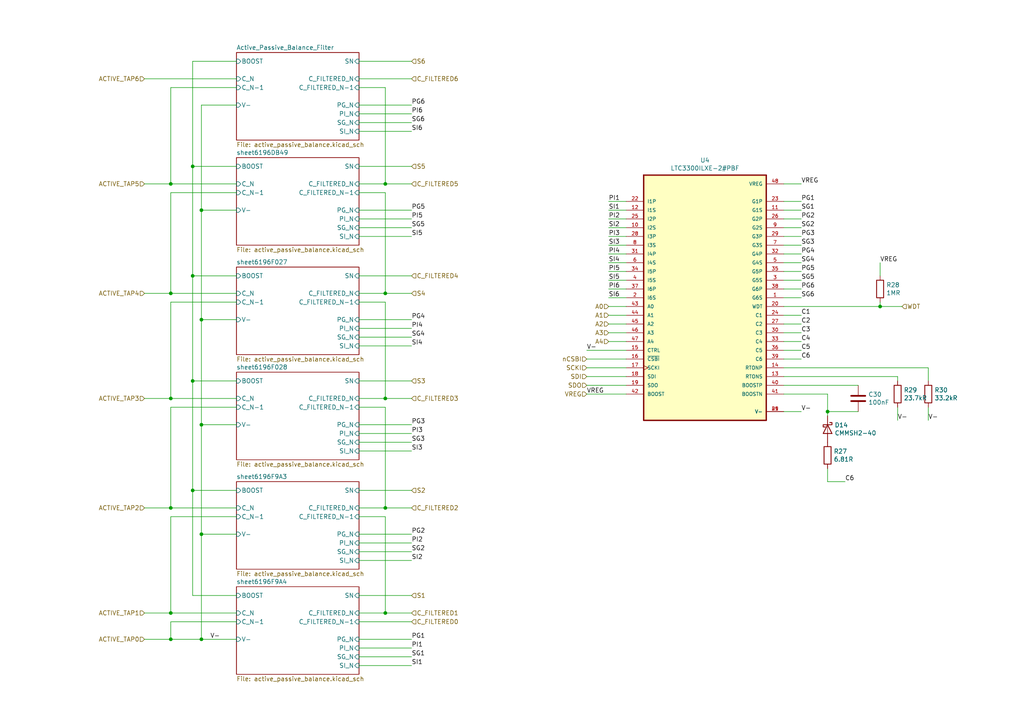
<source format=kicad_sch>
(kicad_sch (version 20211123) (generator eeschema)
  (paper "A4")
  (lib_symbols
    (symbol "Device:C" (pin_numbers hide) (pin_names (offset 0.254))
      (property "Reference" "C" (at 0.635 2.54 0))
      (property "Value" "C" (at 0.635 -2.54 0))
      (symbol "C_0_1"
        (polyline (pts (xy -2.032 -0.762) (xy 2.032 -0.762)) (stroke (width 0.508)))
        (polyline (pts (xy -2.032 0.762) (xy 2.032 0.762)) (stroke (width 0.508)))
      )
      (symbol "C_1_1"
        (pin passive line (at 0 3.81 270) (length 2.794) (name "~") (number "1"))
        (pin passive line (at 0 -3.81 90) (length 2.794) (name "~") (number "2"))
      )
    )
    (symbol "Device:D_Schottky" (pin_numbers hide) (pin_names (offset 1.016) hide)
      (property "Reference" "D" (at 0 2.54 0))
      (property "Value" "D_Schottky" (at 0 -2.54 0))
      (symbol "D_Schottky_0_1"
        (polyline (pts (xy 1.27 0) (xy -1.27 0)))
        (polyline (pts (xy 1.27 1.27) (xy 1.27 -1.27) (xy -1.27 0) (xy 1.27 1.27)) (stroke (width 0.254)))
        (polyline (pts (xy -1.905 0.635) (xy -1.905 1.27) (xy -1.27 1.27) (xy -1.27 -1.27) (xy -0.635 -1.27) (xy -0.635 -0.635)) (stroke (width 0.254)))
      )
      (symbol "D_Schottky_1_1"
        (pin passive line (at -3.81 0 0) (length 2.54) (name "K") (number "1"))
        (pin passive line (at 3.81 0 180) (length 2.54) (name "A") (number "2"))
      )
    )
    (symbol "Device:R" (pin_numbers hide) (pin_names (offset 0))
      (property "Reference" "R" (at 2.032 0 90))
      (property "Value" "R" (at 0 0 90))
      (symbol "R_0_1"
        (rectangle (start -1.016 -2.54) (end 1.016 2.54) (stroke (width 0.254)))
      )
      (symbol "R_1_1"
        (pin passive line (at 0 3.81 270) (length 1.27) (name "~") (number "1"))
        (pin passive line (at 0 -3.81 90) (length 1.27) (name "~") (number "2"))
      )
    )
    (symbol "LTC3300ILXE-2_PBF:LTC3300ILXE-2#PBF" (pin_names (offset 1.016))
      (property "Reference" "U" (at -17.8054 36.3728 0))
      (property "Value" "LTC3300ILXE-2#PBF" (at -17.8054 -38.6842 0))
      (symbol "LTC3300ILXE-2#PBF_0_0"
        (rectangle (start -17.78 -35.56) (end 17.78 35.56) (stroke (width 0.4064)) (fill (type background)))
        (pin output line (at 22.86 0 180) (length 5.08) (name "G6S") (number "1"))
        (pin input line (at -22.86 20.32 0) (length 5.08) (name "I2S") (number "10"))
        (pin output line (at 22.86 25.4 180) (length 5.08) (name "G1S") (number "11"))
        (pin input line (at -22.86 25.4 0) (length 5.08) (name "I1S") (number "12"))
        (pin passive line (at 22.86 -22.86 180) (length 5.08) (name "RTONS") (number "13"))
        (pin passive line (at 22.86 -20.32 180) (length 5.08) (name "RTONP") (number "14"))
        (pin input line (at -22.86 -15.24 0) (length 5.08) (name "CTRL") (number "15"))
        (pin input line (at -22.86 -17.78 0) (length 5.08) (name "~{CSBI}") (number "16"))
        (pin input clock (at -22.86 -20.32 0) (length 5.08) (name "SCKI") (number "17"))
        (pin input line (at -22.86 -22.86 0) (length 5.08) (name "SDI") (number "18"))
        (pin output line (at -22.86 -25.4 0) (length 5.08) (name "SDO") (number "19"))
        (pin input line (at -22.86 0 0) (length 5.08) (name "I6S") (number "2"))
        (pin output line (at 22.86 -2.54 180) (length 5.08) (name "WDT") (number "20"))
        (pin power_in line (at 22.86 -33.02 180) (length 5.08) (name "V-") (number "21"))
        (pin input line (at -22.86 27.94 0) (length 5.08) (name "I1P") (number "22"))
        (pin output line (at 22.86 27.94 180) (length 5.08) (name "G1P") (number "23"))
        (pin passive line (at 22.86 -5.08 180) (length 5.08) (name "C1") (number "24"))
        (pin input line (at -22.86 22.86 0) (length 5.08) (name "I2P") (number "25"))
        (pin output line (at 22.86 22.86 180) (length 5.08) (name "G2P") (number "26"))
        (pin passive line (at 22.86 -7.62 180) (length 5.08) (name "C2") (number "27"))
        (pin input line (at -22.86 17.78 0) (length 5.08) (name "I3P") (number "28"))
        (pin output line (at 22.86 17.78 180) (length 5.08) (name "G3P") (number "29"))
        (pin output line (at 22.86 5.08 180) (length 5.08) (name "G5S") (number "3"))
        (pin passive line (at 22.86 -10.16 180) (length 5.08) (name "C3") (number "30"))
        (pin input line (at -22.86 12.7 0) (length 5.08) (name "I4P") (number "31"))
        (pin output line (at 22.86 12.7 180) (length 5.08) (name "G4P") (number "32"))
        (pin passive line (at 22.86 -12.7 180) (length 5.08) (name "C4") (number "33"))
        (pin input line (at -22.86 7.62 0) (length 5.08) (name "I5P") (number "34"))
        (pin output line (at 22.86 7.62 180) (length 5.08) (name "G5P") (number "35"))
        (pin passive line (at 22.86 -15.24 180) (length 5.08) (name "C5") (number "36"))
        (pin input line (at -22.86 2.54 0) (length 5.08) (name "I6P") (number "37"))
        (pin output line (at 22.86 2.54 180) (length 5.08) (name "G6P") (number "38"))
        (pin passive line (at 22.86 -17.78 180) (length 5.08) (name "C6") (number "39"))
        (pin input line (at -22.86 5.08 0) (length 5.08) (name "I5S") (number "4"))
        (pin passive line (at 22.86 -25.4 180) (length 5.08) (name "BOOSTP") (number "40"))
        (pin passive line (at 22.86 -27.94 180) (length 5.08) (name "BOOSTN") (number "41"))
        (pin input line (at -22.86 -27.94 0) (length 5.08) (name "BOOST") (number "42"))
        (pin input line (at -22.86 -2.54 0) (length 5.08) (name "A0") (number "43"))
        (pin input line (at -22.86 -5.08 0) (length 5.08) (name "A1") (number "44"))
        (pin input line (at -22.86 -7.62 0) (length 5.08) (name "A2") (number "45"))
        (pin input line (at -22.86 -10.16 0) (length 5.08) (name "A3") (number "46"))
        (pin input line (at -22.86 -12.7 0) (length 5.08) (name "A4") (number "47"))
        (pin power_in line (at 22.86 33.02 180) (length 5.08) (name "VREG") (number "48"))
        (pin power_in line (at 22.86 -33.02 180) (length 5.08) (name "V-") (number "49"))
        (pin output line (at 22.86 10.16 180) (length 5.08) (name "G4S") (number "5"))
        (pin input line (at -22.86 10.16 0) (length 5.08) (name "I4S") (number "6"))
        (pin output line (at 22.86 15.24 180) (length 5.08) (name "G3S") (number "7"))
        (pin input line (at -22.86 15.24 0) (length 5.08) (name "I3S") (number "8"))
        (pin output line (at 22.86 20.32 180) (length 5.08) (name "G2S") (number "9"))
      )
    )
  )
  (junction (at 55.88 142.24))
  (junction (at 111.76 177.8))
  (junction (at 55.88 48.26))
  (junction (at 58.42 92.71))
  (junction (at 111.76 115.57))
  (junction (at 58.42 123.19))
  (junction (at 49.53 115.57))
  (junction (at 49.53 147.32))
  (junction (at 55.88 80.01))
  (junction (at 49.53 85.09))
  (junction (at 58.42 60.96))
  (junction (at 111.76 53.34))
  (junction (at 49.53 185.42))
  (junction (at 49.53 53.34))
  (junction (at 111.76 85.09))
  (junction (at 55.88 110.49))
  (junction (at 58.42 185.42))
  (junction (at 240.03 119.38))
  (junction (at 58.42 154.94))
  (junction (at 255.27 88.9))
  (junction (at 49.53 177.8))
  (junction (at 111.76 147.32))
  (wire (pts (xy 68.58 142.24) (xy 55.88 142.24)))
  (wire (pts (xy 49.53 177.8) (xy 49.53 149.86)))
  (wire (pts (xy 55.88 172.72) (xy 68.58 172.72)))
  (wire (pts (xy 227.33 83.82) (xy 232.41 83.82)))
  (wire (pts (xy 104.14 160.02) (xy 119.38 160.02)))
  (wire (pts (xy 176.53 68.58) (xy 181.61 68.58)))
  (wire (pts (xy 111.76 53.34) (xy 119.38 53.34)))
  (wire (pts (xy 104.14 97.79) (xy 119.38 97.79)))
  (wire (pts (xy 104.14 115.57) (xy 111.76 115.57)))
  (wire (pts (xy 176.53 86.36) (xy 181.61 86.36)))
  (wire (pts (xy 49.53 118.11) (xy 49.53 147.32)))
  (wire (pts (xy 68.58 177.8) (xy 49.53 177.8)))
  (wire (pts (xy 227.33 71.12) (xy 232.41 71.12)))
  (wire (pts (xy 111.76 118.11) (xy 111.76 147.32)))
  (wire (pts (xy 104.14 92.71) (xy 119.38 92.71)))
  (wire (pts (xy 255.27 76.2) (xy 255.27 80.01)))
  (wire (pts (xy 227.33 106.68) (xy 269.24 106.68)))
  (wire (pts (xy 227.33 76.2) (xy 232.41 76.2)))
  (wire (pts (xy 49.53 177.8) (xy 41.91 177.8)))
  (wire (pts (xy 58.42 60.96) (xy 58.42 92.71)))
  (wire (pts (xy 170.18 109.22) (xy 181.61 109.22)))
  (wire (pts (xy 104.14 35.56) (xy 119.38 35.56)))
  (wire (pts (xy 227.33 101.6) (xy 232.41 101.6)))
  (wire (pts (xy 176.53 66.04) (xy 181.61 66.04)))
  (wire (pts (xy 55.88 80.01) (xy 55.88 48.26)))
  (wire (pts (xy 68.58 154.94) (xy 58.42 154.94)))
  (wire (pts (xy 68.58 25.4) (xy 49.53 25.4)))
  (wire (pts (xy 176.53 88.9) (xy 181.61 88.9)))
  (wire (pts (xy 170.18 106.68) (xy 181.61 106.68)))
  (wire (pts (xy 49.53 85.09) (xy 49.53 55.88)))
  (wire (pts (xy 104.14 180.34) (xy 119.38 180.34)))
  (wire (pts (xy 49.53 115.57) (xy 41.91 115.57)))
  (wire (pts (xy 104.14 147.32) (xy 111.76 147.32)))
  (wire (pts (xy 181.61 71.12) (xy 176.53 71.12)))
  (wire (pts (xy 227.33 91.44) (xy 232.41 91.44)))
  (wire (pts (xy 55.88 142.24) (xy 55.88 110.49)))
  (wire (pts (xy 104.14 123.19) (xy 119.38 123.19)))
  (wire (pts (xy 55.88 48.26) (xy 55.88 17.78)))
  (wire (pts (xy 104.14 128.27) (xy 119.38 128.27)))
  (wire (pts (xy 68.58 48.26) (xy 55.88 48.26)))
  (wire (pts (xy 104.14 66.04) (xy 119.38 66.04)))
  (wire (pts (xy 227.33 78.74) (xy 232.41 78.74)))
  (wire (pts (xy 181.61 96.52) (xy 176.53 96.52)))
  (wire (pts (xy 49.53 147.32) (xy 68.58 147.32)))
  (wire (pts (xy 104.14 162.56) (xy 119.38 162.56)))
  (wire (pts (xy 181.61 91.44) (xy 176.53 91.44)))
  (wire (pts (xy 104.14 142.24) (xy 119.38 142.24)))
  (wire (pts (xy 49.53 147.32) (xy 41.91 147.32)))
  (wire (pts (xy 248.92 119.38) (xy 240.03 119.38)))
  (wire (pts (xy 176.53 78.74) (xy 181.61 78.74)))
  (wire (pts (xy 104.14 118.11) (xy 111.76 118.11)))
  (wire (pts (xy 104.14 60.96) (xy 119.38 60.96)))
  (wire (pts (xy 227.33 73.66) (xy 232.41 73.66)))
  (wire (pts (xy 240.03 135.89) (xy 240.03 139.7)))
  (wire (pts (xy 104.14 85.09) (xy 111.76 85.09)))
  (wire (pts (xy 104.14 110.49) (xy 119.38 110.49)))
  (wire (pts (xy 260.35 109.22) (xy 260.35 110.49)))
  (wire (pts (xy 104.14 33.02) (xy 119.38 33.02)))
  (wire (pts (xy 104.14 22.86) (xy 119.38 22.86)))
  (wire (pts (xy 49.53 180.34) (xy 49.53 185.42)))
  (wire (pts (xy 227.33 53.34) (xy 232.41 53.34)))
  (wire (pts (xy 104.14 68.58) (xy 119.38 68.58)))
  (wire (pts (xy 104.14 30.48) (xy 119.38 30.48)))
  (wire (pts (xy 111.76 147.32) (xy 119.38 147.32)))
  (wire (pts (xy 269.24 121.92) (xy 269.24 118.11)))
  (wire (pts (xy 58.42 30.48) (xy 58.42 60.96)))
  (wire (pts (xy 104.14 17.78) (xy 119.38 17.78)))
  (wire (pts (xy 68.58 185.42) (xy 58.42 185.42)))
  (wire (pts (xy 68.58 87.63) (xy 49.53 87.63)))
  (wire (pts (xy 104.14 185.42) (xy 119.38 185.42)))
  (wire (pts (xy 111.76 177.8) (xy 119.38 177.8)))
  (wire (pts (xy 227.33 114.3) (xy 240.03 114.3)))
  (wire (pts (xy 104.14 157.48) (xy 119.38 157.48)))
  (wire (pts (xy 240.03 119.38) (xy 240.03 120.65)))
  (wire (pts (xy 255.27 87.63) (xy 255.27 88.9)))
  (wire (pts (xy 104.14 48.26) (xy 119.38 48.26)))
  (wire (pts (xy 104.14 95.25) (xy 119.38 95.25)))
  (wire (pts (xy 68.58 85.09) (xy 49.53 85.09)))
  (wire (pts (xy 104.14 38.1) (xy 119.38 38.1)))
  (wire (pts (xy 104.14 130.81) (xy 119.38 130.81)))
  (wire (pts (xy 49.53 53.34) (xy 41.91 53.34)))
  (wire (pts (xy 68.58 118.11) (xy 49.53 118.11)))
  (wire (pts (xy 170.18 104.14) (xy 181.61 104.14)))
  (wire (pts (xy 41.91 22.86) (xy 68.58 22.86)))
  (wire (pts (xy 111.76 25.4) (xy 111.76 53.34)))
  (wire (pts (xy 49.53 185.42) (xy 41.91 185.42)))
  (wire (pts (xy 104.14 63.5) (xy 119.38 63.5)))
  (wire (pts (xy 176.53 63.5) (xy 181.61 63.5)))
  (wire (pts (xy 58.42 185.42) (xy 49.53 185.42)))
  (wire (pts (xy 227.33 63.5) (xy 232.41 63.5)))
  (wire (pts (xy 58.42 92.71) (xy 58.42 123.19)))
  (wire (pts (xy 58.42 154.94) (xy 58.42 185.42)))
  (wire (pts (xy 176.53 83.82) (xy 181.61 83.82)))
  (wire (pts (xy 104.14 80.01) (xy 119.38 80.01)))
  (wire (pts (xy 176.53 76.2) (xy 181.61 76.2)))
  (wire (pts (xy 104.14 193.04) (xy 119.38 193.04)))
  (wire (pts (xy 111.76 85.09) (xy 119.38 85.09)))
  (wire (pts (xy 104.14 125.73) (xy 119.38 125.73)))
  (wire (pts (xy 104.14 55.88) (xy 111.76 55.88)))
  (wire (pts (xy 49.53 55.88) (xy 68.58 55.88)))
  (wire (pts (xy 104.14 149.86) (xy 111.76 149.86)))
  (wire (pts (xy 55.88 172.72) (xy 55.88 142.24)))
  (wire (pts (xy 58.42 30.48) (xy 68.58 30.48)))
  (wire (pts (xy 68.58 180.34) (xy 49.53 180.34)))
  (wire (pts (xy 49.53 85.09) (xy 41.91 85.09)))
  (wire (pts (xy 104.14 172.72) (xy 119.38 172.72)))
  (wire (pts (xy 68.58 110.49) (xy 55.88 110.49)))
  (wire (pts (xy 181.61 60.96) (xy 176.53 60.96)))
  (wire (pts (xy 260.35 118.11) (xy 260.35 121.92)))
  (wire (pts (xy 176.53 58.42) (xy 181.61 58.42)))
  (wire (pts (xy 227.33 60.96) (xy 232.41 60.96)))
  (wire (pts (xy 176.53 73.66) (xy 181.61 73.66)))
  (wire (pts (xy 68.58 80.01) (xy 55.88 80.01)))
  (wire (pts (xy 181.61 111.76) (xy 170.18 111.76)))
  (wire (pts (xy 227.33 109.22) (xy 260.35 109.22)))
  (wire (pts (xy 49.53 25.4) (xy 49.53 53.34)))
  (wire (pts (xy 240.03 114.3) (xy 240.03 119.38)))
  (wire (pts (xy 111.76 149.86) (xy 111.76 177.8)))
  (wire (pts (xy 227.33 96.52) (xy 232.41 96.52)))
  (wire (pts (xy 58.42 123.19) (xy 58.42 154.94)))
  (wire (pts (xy 269.24 106.68) (xy 269.24 110.49)))
  (wire (pts (xy 176.53 93.98) (xy 181.61 93.98)))
  (wire (pts (xy 104.14 100.33) (xy 119.38 100.33)))
  (wire (pts (xy 232.41 93.98) (xy 227.33 93.98)))
  (wire (pts (xy 227.33 81.28) (xy 232.41 81.28)))
  (wire (pts (xy 68.58 60.96) (xy 58.42 60.96)))
  (wire (pts (xy 227.33 58.42) (xy 232.41 58.42)))
  (wire (pts (xy 227.33 119.38) (xy 232.41 119.38)))
  (wire (pts (xy 232.41 99.06) (xy 227.33 99.06)))
  (wire (pts (xy 104.14 177.8) (xy 111.76 177.8)))
  (wire (pts (xy 68.58 92.71) (xy 58.42 92.71)))
  (wire (pts (xy 176.53 99.06) (xy 181.61 99.06)))
  (wire (pts (xy 227.33 66.04) (xy 232.41 66.04)))
  (wire (pts (xy 104.14 190.5) (xy 119.38 190.5)))
  (wire (pts (xy 104.14 25.4) (xy 111.76 25.4)))
  (wire (pts (xy 255.27 88.9) (xy 227.33 88.9)))
  (wire (pts (xy 104.14 154.94) (xy 119.38 154.94)))
  (wire (pts (xy 55.88 110.49) (xy 55.88 80.01)))
  (wire (pts (xy 104.14 187.96) (xy 119.38 187.96)))
  (wire (pts (xy 49.53 87.63) (xy 49.53 115.57)))
  (wire (pts (xy 240.03 139.7) (xy 245.11 139.7)))
  (wire (pts (xy 248.92 111.76) (xy 227.33 111.76)))
  (wire (pts (xy 227.33 104.14) (xy 232.41 104.14)))
  (wire (pts (xy 170.18 114.3) (xy 181.61 114.3)))
  (wire (pts (xy 104.14 53.34) (xy 111.76 53.34)))
  (wire (pts (xy 111.76 55.88) (xy 111.76 85.09)))
  (wire (pts (xy 227.33 86.36) (xy 232.41 86.36)))
  (wire (pts (xy 181.61 81.28) (xy 176.53 81.28)))
  (wire (pts (xy 170.18 101.6) (xy 181.61 101.6)))
  (wire (pts (xy 227.33 68.58) (xy 232.41 68.58)))
  (wire (pts (xy 49.53 149.86) (xy 68.58 149.86)))
  (wire (pts (xy 261.62 88.9) (xy 255.27 88.9)))
  (wire (pts (xy 104.14 87.63) (xy 111.76 87.63)))
  (wire (pts (xy 111.76 87.63) (xy 111.76 115.57)))
  (wire (pts (xy 55.88 17.78) (xy 68.58 17.78)))
  (wire (pts (xy 49.53 53.34) (xy 68.58 53.34)))
  (wire (pts (xy 49.53 115.57) (xy 68.58 115.57)))
  (wire (pts (xy 68.58 123.19) (xy 58.42 123.19)))
  (wire (pts (xy 111.76 115.57) (xy 119.38 115.57)))
  (label "PI4" (at 119.38 95.25 0))
  (label "SI4" (at 176.53 76.2 0))
  (label "PG4" (at 232.41 73.66 0))
  (label "C3" (at 232.41 96.52 0))
  (label "SI5" (at 176.53 81.28 0))
  (label "PI6" (at 119.38 33.02 0))
  (label "SI3" (at 119.38 130.81 0))
  (label "SI1" (at 119.38 193.04 0))
  (label "SI2" (at 119.38 162.56 0))
  (label "SG4" (at 232.41 76.2 0))
  (label "PG1" (at 232.41 58.42 0))
  (label "PI3" (at 176.53 68.58 0))
  (label "PG2" (at 232.41 63.5 0))
  (label "VREG" (at 232.41 53.34 0))
  (label "V-" (at 60.96 185.42 0))
  (label "PG1" (at 119.38 185.42 0))
  (label "PI2" (at 119.38 157.48 0))
  (label "PI3" (at 119.38 125.73 0))
  (label "PG2" (at 119.38 154.94 0))
  (label "SG5" (at 119.38 66.04 0))
  (label "SI3" (at 176.53 71.12 0))
  (label "C5" (at 232.41 101.6 0))
  (label "SI6" (at 176.53 86.36 0))
  (label "SG4" (at 119.38 97.79 0))
  (label "PG4" (at 119.38 92.71 0))
  (label "PI4" (at 176.53 73.66 0))
  (label "PG5" (at 119.38 60.96 0))
  (label "V-" (at 232.41 119.38 0))
  (label "C4" (at 232.41 99.06 0))
  (label "SG6" (at 232.41 86.36 0))
  (label "V-" (at 260.35 121.92 0))
  (label "SI2" (at 176.53 66.04 0))
  (label "PI1" (at 176.53 58.42 0))
  (label "PG3" (at 119.38 123.19 0))
  (label "PG3" (at 232.41 68.58 0))
  (label "SI1" (at 176.53 60.96 0))
  (label "VREG" (at 170.18 114.3 0))
  (label "C6" (at 245.11 139.7 0))
  (label "PG6" (at 232.41 83.82 0))
  (label "VREG" (at 255.27 76.2 0))
  (label "PG6" (at 119.38 30.48 0))
  (label "SI5" (at 119.38 68.58 0))
  (label "SI6" (at 119.38 38.1 0))
  (label "C1" (at 232.41 91.44 0))
  (label "SG2" (at 232.41 66.04 0))
  (label "PI5" (at 176.53 78.74 0))
  (label "PI2" (at 176.53 63.5 0))
  (label "PI5" (at 119.38 63.5 0))
  (label "SG5" (at 232.41 81.28 0))
  (label "C6" (at 232.41 104.14 0))
  (label "SG3" (at 232.41 71.12 0))
  (label "C2" (at 232.41 93.98 0))
  (label "V-" (at 269.24 121.92 0))
  (label "SG3" (at 119.38 128.27 0))
  (label "PI1" (at 119.38 187.96 0))
  (label "SG1" (at 232.41 60.96 0))
  (label "PG5" (at 232.41 78.74 0))
  (label "SI4" (at 119.38 100.33 0))
  (label "SG6" (at 119.38 35.56 0))
  (label "SG1" (at 119.38 190.5 0))
  (label "SG2" (at 119.38 160.02 0))
  (label "PI6" (at 176.53 83.82 0))
  (label "V-" (at 170.18 101.6 0))
  (hierarchical_label "C_FILTERED6" (shape input) (at 119.38 22.86 0))
  (hierarchical_label "A2" (shape input) (at 176.53 93.98 180))
  (hierarchical_label "A3" (shape input) (at 176.53 96.52 180))
  (hierarchical_label "C_FILTERED1" (shape input) (at 119.38 177.8 0))
  (hierarchical_label "C_FILTERED4" (shape input) (at 119.38 80.01 0))
  (hierarchical_label "SCKI" (shape input) (at 170.18 106.68 180))
  (hierarchical_label "C_FILTERED0" (shape input) (at 119.38 180.34 0))
  (hierarchical_label "ACTIVE_TAP5" (shape input) (at 41.91 53.34 180))
  (hierarchical_label "ACTIVE_TAP1" (shape input) (at 41.91 177.8 180))
  (hierarchical_label "A1" (shape input) (at 176.53 91.44 180))
  (hierarchical_label "S1" (shape input) (at 119.38 172.72 0))
  (hierarchical_label "VREG" (shape input) (at 170.18 114.3 180))
  (hierarchical_label "C_FILTERED5" (shape input) (at 119.38 53.34 0))
  (hierarchical_label "C_FILTERED2" (shape input) (at 119.38 147.32 0))
  (hierarchical_label "S6" (shape input) (at 119.38 17.78 0))
  (hierarchical_label "ACTIVE_TAP6" (shape input) (at 41.91 22.86 180))
  (hierarchical_label "S3" (shape input) (at 119.38 110.49 0))
  (hierarchical_label "ACTIVE_TAP2" (shape input) (at 41.91 147.32 180))
  (hierarchical_label "nCSBI" (shape input) (at 170.18 104.14 180))
  (hierarchical_label "A4" (shape input) (at 176.53 99.06 180))
  (hierarchical_label "S5" (shape input) (at 119.38 48.26 0))
  (hierarchical_label "S2" (shape input) (at 119.38 142.24 0))
  (hierarchical_label "SDO" (shape input) (at 170.18 111.76 180))
  (hierarchical_label "WDT" (shape input) (at 261.62 88.9 0))
  (hierarchical_label "ACTIVE_TAP4" (shape input) (at 41.91 85.09 180))
  (hierarchical_label "S4" (shape input) (at 119.38 85.09 0))
  (hierarchical_label "C_FILTERED3" (shape input) (at 119.38 115.57 0))
  (hierarchical_label "SDI" (shape input) (at 170.18 109.22 180))
  (hierarchical_label "A0" (shape input) (at 176.53 88.9 180))
  (hierarchical_label "ACTIVE_TAP0" (shape input) (at 41.91 185.42 180))
  (hierarchical_label "ACTIVE_TAP3" (shape input) (at 41.91 115.57 180))
  (symbol (lib_id "Device:R") (at 260.35 114.3 0)
    (property "Reference" "R29" (at 262.128 113.1316 0) (effects (justify left)))
    (property "Value" "23.7kR" (at 262.128 115.443 0) (effects (justify left)))
    (property "Footprint" "Resistor_SMD:R_0603_1608Metric_Pad0.98x0.95mm_HandSolder" (effects hide))
  )
  (symbol (lib_id "Device:D_Schottky") (at 240.03 124.46 270)
    (property "Reference" "D14" (at 242.062 123.2916 90) (effects (justify left)))
    (property "Value" "CMMSH2-40" (at 242.062 125.603 90) (effects (justify left)))
    (property "Footprint" "Diode_SMD:D_SOD-123F" (effects hide))
    (property "Part Number" "CMMSH2-40" (effects hide))
    (property "Manufacturer" "Central Semiconductor" (effects hide))
    (property "Mouser Part Number" "610-CMMSH2-40TR" (effects hide))
    (property "Mouser URL" "https://au.mouser.com/ProductDetail/Central-Semiconductor/CMMSH2-40-TR-PBFREE?qs=OlC7AqGiEDmeZ8mWO7SnhA%3D%3D" (effects hide))
  )
  (symbol (lib_id "Device:R") (at 240.03 132.08 0)
    (property "Reference" "R27" (at 241.808 130.9116 0) (effects (justify left)))
    (property "Value" "6.81R" (at 241.808 133.223 0) (effects (justify left)))
    (property "Footprint" "Resistor_SMD:R_0603_1608Metric_Pad0.98x0.95mm_HandSolder" (effects hide))
  )
  (symbol (lib_id "Device:C") (at 248.92 115.57 0)
    (property "Reference" "C30" (at 251.841 114.4016 0) (effects (justify left)))
    (property "Value" "100nF" (at 251.841 116.713 0) (effects (justify left)))
    (property "Footprint" "Capacitor_SMD:C_0603_1608Metric_Pad1.08x0.95mm_HandSolder" (effects hide))
  )
  (symbol (lib_id "LTC3300ILXE-2_PBF:LTC3300ILXE-2#PBF") (at 204.47 86.36 0)
    (property "Reference" "U4" (at 204.47 46.482 0))
    (property "Value" "LTC3300ILXE-2#PBF" (at 204.47 48.7934 0))
    (property "Footprint" "QFP50P900X900X160-49N" (effects hide))
    (property "PACKAGE" "LQFP-48 Linear Technology" (effects hide))
    (property "SNAPEDA_PACKAGE_ID" "29275" (effects hide))
    (property "STANDARD" "IPC-7351B" (effects hide))
    (property "PRICE" "10.07 USD" (effects hide))
    (property "MP" "LTC3300ILXE-2#PBF" (effects hide))
    (property "PARTREV" "A" (effects hide))
    (property "MANUFACTURER" "Linear Technology" (effects hide))
    (property "AVAILABILITY" "Unavailable" (effects hide))
    (property "Manufacturer" "Linear Technology" (effects hide))
    (property "Part Number" "LTC3300ILXE-2#PBF" (effects hide))
    (property "Mouser Part Number" "NOT AVAILABLE!" (effects hide))
    (property "Mouser URL" "NOT AVAILABLE!" (effects hide))
  )
  (symbol (lib_id "Device:R") (at 269.24 114.3 0)
    (property "Reference" "R30" (at 271.018 113.1316 0) (effects (justify left)))
    (property "Value" "33.2kR" (at 271.018 115.443 0) (effects (justify left)))
    (property "Footprint" "Resistor_SMD:R_0603_1608Metric_Pad0.98x0.95mm_HandSolder" (effects hide))
  )
  (symbol (lib_id "Device:R") (at 255.27 83.82 0)
    (property "Reference" "R28" (at 257.048 82.6516 0) (effects (justify left)))
    (property "Value" "1MR" (at 257.048 84.963 0) (effects (justify left)))
    (property "Footprint" "Resistor_SMD:R_0603_1608Metric_Pad0.98x0.95mm_HandSolder" (effects hide))
  )
  (sheet (at 68.58 45.72) (size 35.56 25.4)
    (property "Sheet name" "sheet6196DB49" (at 68.58 45.0084 0) (effects (justify left bottom)))
    (property "Sheet file" "active_passive_balance.kicad_sch" (at 68.58 71.7046 0) (effects (justify left top)))
    (pin "C_FILTERED_N" input (at 104.14 53.34 0))
    (pin "SN" input (at 104.14 48.26 0))
    (pin "C_N" input (at 68.58 53.34 180))
    (pin "C_N-1" input (at 68.58 55.88 180))
    (pin "PG_N" input (at 104.14 60.96 0))
    (pin "PI_N" input (at 104.14 63.5 0))
    (pin "SG_N" input (at 104.14 66.04 0))
    (pin "SI_N" input (at 104.14 68.58 0))
    (pin "BOOST" input (at 68.58 48.26 180))
    (pin "V-" input (at 68.58 60.96 180))
    (pin "C_FILTERED_N-1" input (at 104.14 55.88 0))
  )
  (sheet (at 68.58 77.47) (size 35.56 25.4)
    (property "Sheet name" "sheet6196F027" (at 68.58 76.7584 0) (effects (justify left bottom)))
    (property "Sheet file" "active_passive_balance.kicad_sch" (at 68.58 103.4546 0) (effects (justify left top)))
    (pin "C_FILTERED_N" input (at 104.14 85.09 0))
    (pin "SN" input (at 104.14 80.01 0))
    (pin "C_N" input (at 68.58 85.09 180))
    (pin "C_N-1" input (at 68.58 87.63 180))
    (pin "PG_N" input (at 104.14 92.71 0))
    (pin "PI_N" input (at 104.14 95.25 0))
    (pin "SG_N" input (at 104.14 97.79 0))
    (pin "SI_N" input (at 104.14 100.33 0))
    (pin "BOOST" input (at 68.58 80.01 180))
    (pin "V-" input (at 68.58 92.71 180))
    (pin "C_FILTERED_N-1" input (at 104.14 87.63 0))
  )
  (sheet (at 68.58 107.95) (size 35.56 25.4)
    (property "Sheet name" "sheet6196F028" (at 68.58 107.2384 0) (effects (justify left bottom)))
    (property "Sheet file" "active_passive_balance.kicad_sch" (at 68.58 133.9346 0) (effects (justify left top)))
    (pin "C_FILTERED_N" input (at 104.14 115.57 0))
    (pin "SN" input (at 104.14 110.49 0))
    (pin "C_N" input (at 68.58 115.57 180))
    (pin "C_N-1" input (at 68.58 118.11 180))
    (pin "PG_N" input (at 104.14 123.19 0))
    (pin "PI_N" input (at 104.14 125.73 0))
    (pin "SG_N" input (at 104.14 128.27 0))
    (pin "SI_N" input (at 104.14 130.81 0))
    (pin "BOOST" input (at 68.58 110.49 180))
    (pin "V-" input (at 68.58 123.19 180))
    (pin "C_FILTERED_N-1" input (at 104.14 118.11 0))
  )
  (sheet (at 68.58 139.7) (size 35.56 25.4)
    (property "Sheet name" "sheet6196F9A3" (at 68.58 138.9884 0) (effects (justify left bottom)))
    (property "Sheet file" "active_passive_balance.kicad_sch" (at 68.58 165.6846 0) (effects (justify left top)))
    (pin "C_FILTERED_N" input (at 104.14 147.32 0))
    (pin "SN" input (at 104.14 142.24 0))
    (pin "C_N" input (at 68.58 147.32 180))
    (pin "C_N-1" input (at 68.58 149.86 180))
    (pin "PG_N" input (at 104.14 154.94 0))
    (pin "PI_N" input (at 104.14 157.48 0))
    (pin "SG_N" input (at 104.14 160.02 0))
    (pin "SI_N" input (at 104.14 162.56 0))
    (pin "BOOST" input (at 68.58 142.24 180))
    (pin "V-" input (at 68.58 154.94 180))
    (pin "C_FILTERED_N-1" input (at 104.14 149.86 0))
  )
  (sheet (at 68.58 170.18) (size 35.56 25.4)
    (property "Sheet name" "sheet6196F9A4" (at 68.58 169.4684 0) (effects (justify left bottom)))
    (property "Sheet file" "active_passive_balance.kicad_sch" (at 68.58 196.1646 0) (effects (justify left top)))
    (pin "C_FILTERED_N" input (at 104.14 177.8 0))
    (pin "SN" input (at 104.14 172.72 0))
    (pin "C_N" input (at 68.58 177.8 180))
    (pin "C_N-1" input (at 68.58 180.34 180))
    (pin "PG_N" input (at 104.14 185.42 0))
    (pin "PI_N" input (at 104.14 187.96 0))
    (pin "SG_N" input (at 104.14 190.5 0))
    (pin "SI_N" input (at 104.14 193.04 0))
    (pin "BOOST" input (at 68.58 172.72 180))
    (pin "V-" input (at 68.58 185.42 180))
    (pin "C_FILTERED_N-1" input (at 104.14 180.34 0))
  )
  (sheet (at 68.58 15.24) (size 35.56 25.4)
    (property "Sheet name" "Active_Passive_Balance_Filter" (at 68.58 14.5284 0) (effects (justify left bottom)))
    (property "Sheet file" "active_passive_balance.kicad_sch" (at 68.58 41.2246 0) (effects (justify left top)))
    (pin "C_FILTERED_N" input (at 104.14 22.86 0))
    (pin "SN" input (at 104.14 17.78 0))
    (pin "C_N" input (at 68.58 22.86 180))
    (pin "C_N-1" input (at 68.58 25.4 180))
    (pin "PG_N" input (at 104.14 30.48 0))
    (pin "PI_N" input (at 104.14 33.02 0))
    (pin "SG_N" input (at 104.14 35.56 0))
    (pin "SI_N" input (at 104.14 38.1 0))
    (pin "BOOST" input (at 68.58 17.78 180))
    (pin "V-" input (at 68.58 30.48 180))
    (pin "C_FILTERED_N-1" input (at 104.14 25.4 0))
  )
)
</source>
